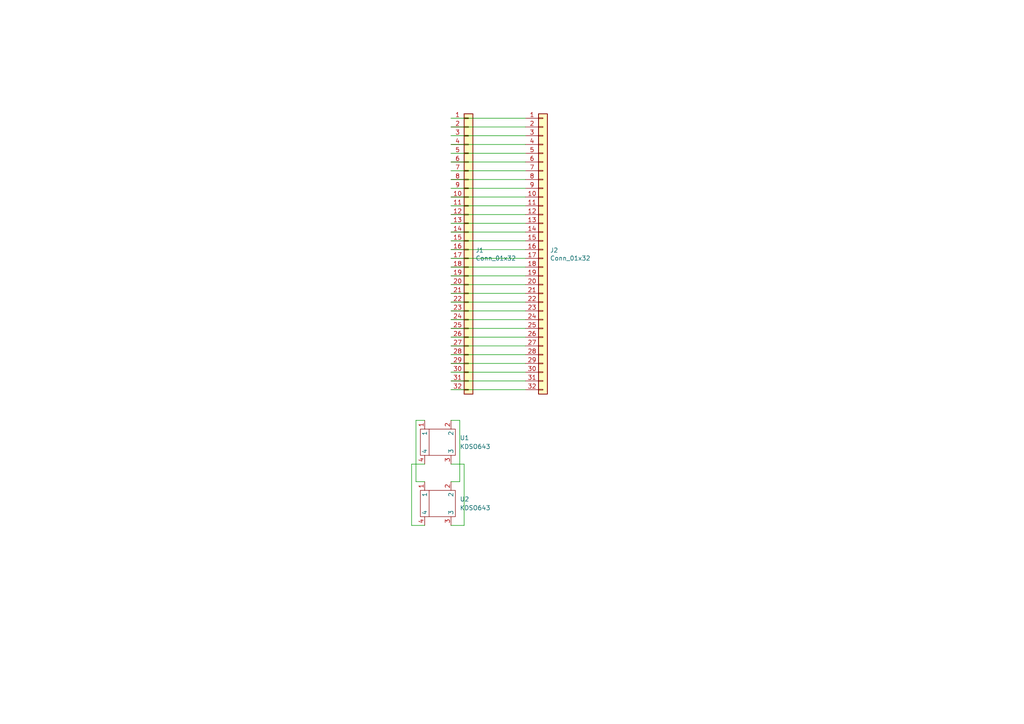
<source format=kicad_sch>
(kicad_sch (version 20211123) (generator eeschema)
  (paper "A4")
  (lib_symbols
    (symbol "Connector_Generic:Conn_01x32" (pin_names (offset 1.016) hide)
      (property "Reference" "J" (at 0 40.64 0))
      (property "Value" "Conn_01x32" (at 0 -43.18 0))
      (symbol "Conn_01x32_1_1"
        (rectangle (start -1.27 -40.513) (end 0 -40.767) (stroke (width 0.1524)))
        (rectangle (start -1.27 -37.973) (end 0 -38.227) (stroke (width 0.1524)))
        (rectangle (start -1.27 -35.433) (end 0 -35.687) (stroke (width 0.1524)))
        (rectangle (start -1.27 -32.893) (end 0 -33.147) (stroke (width 0.1524)))
        (rectangle (start -1.27 -30.353) (end 0 -30.607) (stroke (width 0.1524)))
        (rectangle (start -1.27 -27.813) (end 0 -28.067) (stroke (width 0.1524)))
        (rectangle (start -1.27 -25.273) (end 0 -25.527) (stroke (width 0.1524)))
        (rectangle (start -1.27 -22.733) (end 0 -22.987) (stroke (width 0.1524)))
        (rectangle (start -1.27 -20.193) (end 0 -20.447) (stroke (width 0.1524)))
        (rectangle (start -1.27 -17.653) (end 0 -17.907) (stroke (width 0.1524)))
        (rectangle (start -1.27 -15.113) (end 0 -15.367) (stroke (width 0.1524)))
        (rectangle (start -1.27 -12.573) (end 0 -12.827) (stroke (width 0.1524)))
        (rectangle (start -1.27 -10.033) (end 0 -10.287) (stroke (width 0.1524)))
        (rectangle (start -1.27 -7.493) (end 0 -7.747) (stroke (width 0.1524)))
        (rectangle (start -1.27 -4.953) (end 0 -5.207) (stroke (width 0.1524)))
        (rectangle (start -1.27 -2.413) (end 0 -2.667) (stroke (width 0.1524)))
        (rectangle (start -1.27 0.127) (end 0 -0.127) (stroke (width 0.1524)))
        (rectangle (start -1.27 2.667) (end 0 2.413) (stroke (width 0.1524)))
        (rectangle (start -1.27 5.207) (end 0 4.953) (stroke (width 0.1524)))
        (rectangle (start -1.27 7.747) (end 0 7.493) (stroke (width 0.1524)))
        (rectangle (start -1.27 10.287) (end 0 10.033) (stroke (width 0.1524)))
        (rectangle (start -1.27 12.827) (end 0 12.573) (stroke (width 0.1524)))
        (rectangle (start -1.27 15.367) (end 0 15.113) (stroke (width 0.1524)))
        (rectangle (start -1.27 17.907) (end 0 17.653) (stroke (width 0.1524)))
        (rectangle (start -1.27 20.447) (end 0 20.193) (stroke (width 0.1524)))
        (rectangle (start -1.27 22.987) (end 0 22.733) (stroke (width 0.1524)))
        (rectangle (start -1.27 25.527) (end 0 25.273) (stroke (width 0.1524)))
        (rectangle (start -1.27 28.067) (end 0 27.813) (stroke (width 0.1524)))
        (rectangle (start -1.27 30.607) (end 0 30.353) (stroke (width 0.1524)))
        (rectangle (start -1.27 33.147) (end 0 32.893) (stroke (width 0.1524)))
        (rectangle (start -1.27 35.687) (end 0 35.433) (stroke (width 0.1524)))
        (rectangle (start -1.27 38.227) (end 0 37.973) (stroke (width 0.1524)))
        (rectangle (start -1.27 39.37) (end 1.27 -41.91) (stroke (width 0.254)) (fill (type background)))
        (pin passive line (at -5.08 38.1 0) (length 3.81) (name "Pin_1") (number "1"))
        (pin passive line (at -5.08 15.24 0) (length 3.81) (name "Pin_10") (number "10"))
        (pin passive line (at -5.08 12.7 0) (length 3.81) (name "Pin_11") (number "11"))
        (pin passive line (at -5.08 10.16 0) (length 3.81) (name "Pin_12") (number "12"))
        (pin passive line (at -5.08 7.62 0) (length 3.81) (name "Pin_13") (number "13"))
        (pin passive line (at -5.08 5.08 0) (length 3.81) (name "Pin_14") (number "14"))
        (pin passive line (at -5.08 2.54 0) (length 3.81) (name "Pin_15") (number "15"))
        (pin passive line (at -5.08 0 0) (length 3.81) (name "Pin_16") (number "16"))
        (pin passive line (at -5.08 -2.54 0) (length 3.81) (name "Pin_17") (number "17"))
        (pin passive line (at -5.08 -5.08 0) (length 3.81) (name "Pin_18") (number "18"))
        (pin passive line (at -5.08 -7.62 0) (length 3.81) (name "Pin_19") (number "19"))
        (pin passive line (at -5.08 35.56 0) (length 3.81) (name "Pin_2") (number "2"))
        (pin passive line (at -5.08 -10.16 0) (length 3.81) (name "Pin_20") (number "20"))
        (pin passive line (at -5.08 -12.7 0) (length 3.81) (name "Pin_21") (number "21"))
        (pin passive line (at -5.08 -15.24 0) (length 3.81) (name "Pin_22") (number "22"))
        (pin passive line (at -5.08 -17.78 0) (length 3.81) (name "Pin_23") (number "23"))
        (pin passive line (at -5.08 -20.32 0) (length 3.81) (name "Pin_24") (number "24"))
        (pin passive line (at -5.08 -22.86 0) (length 3.81) (name "Pin_25") (number "25"))
        (pin passive line (at -5.08 -25.4 0) (length 3.81) (name "Pin_26") (number "26"))
        (pin passive line (at -5.08 -27.94 0) (length 3.81) (name "Pin_27") (number "27"))
        (pin passive line (at -5.08 -30.48 0) (length 3.81) (name "Pin_28") (number "28"))
        (pin passive line (at -5.08 -33.02 0) (length 3.81) (name "Pin_29") (number "29"))
        (pin passive line (at -5.08 33.02 0) (length 3.81) (name "Pin_3") (number "3"))
        (pin passive line (at -5.08 -35.56 0) (length 3.81) (name "Pin_30") (number "30"))
        (pin passive line (at -5.08 -38.1 0) (length 3.81) (name "Pin_31") (number "31"))
        (pin passive line (at -5.08 -40.64 0) (length 3.81) (name "Pin_32") (number "32"))
        (pin passive line (at -5.08 30.48 0) (length 3.81) (name "Pin_4") (number "4"))
        (pin passive line (at -5.08 27.94 0) (length 3.81) (name "Pin_5") (number "5"))
        (pin passive line (at -5.08 25.4 0) (length 3.81) (name "Pin_6") (number "6"))
        (pin passive line (at -5.08 22.86 0) (length 3.81) (name "Pin_7") (number "7"))
        (pin passive line (at -5.08 20.32 0) (length 3.81) (name "Pin_8") (number "8"))
        (pin passive line (at -5.08 17.78 0) (length 3.81) (name "Pin_9") (number "9"))
      )
    )
    (symbol "KDSO643:KDSO643"
      (property "Reference" "U" (at 0 -2.54 0))
      (property "Value" "KDSO643" (at 0 0 0))
      (symbol "KDSO643_0_1"
        (rectangle (start -5.08 3.81) (end 5.08 -3.81))
        (rectangle (start -2.54 3.81) (end -2.54 -3.81))
      )
      (symbol "KDSO643_1_1"
        (pin input line (at -3.81 6.35 270) (length 2.54) (name "1") (number "1"))
        (pin input line (at 3.81 6.35 270) (length 2.54) (name "2") (number "2"))
        (pin input line (at 3.81 -6.35 90) (length 2.54) (name "3") (number "3"))
        (pin input line (at -3.81 -6.35 90) (length 2.54) (name "4") (number "4"))
      )
    )
  )
  (wire (pts (xy 130.81 67.31) (xy 152.4 67.31)))
  (wire (pts (xy 120.65 121.92) (xy 120.65 139.7)))
  (wire (pts (xy 130.81 121.92) (xy 133.35 121.92)))
  (wire (pts (xy 130.81 100.33) (xy 152.4 100.33)))
  (wire (pts (xy 130.81 57.15) (xy 152.4 57.15)))
  (wire (pts (xy 130.81 46.99) (xy 152.4 46.99)))
  (wire (pts (xy 130.81 49.53) (xy 152.4 49.53)))
  (wire (pts (xy 130.81 52.07) (xy 152.4 52.07)))
  (wire (pts (xy 133.35 139.7) (xy 130.81 139.7)))
  (wire (pts (xy 130.81 41.91) (xy 152.4 41.91)))
  (wire (pts (xy 130.81 54.61) (xy 152.4 54.61)))
  (wire (pts (xy 134.62 134.62) (xy 134.62 152.4)))
  (wire (pts (xy 134.62 152.4) (xy 130.81 152.4)))
  (wire (pts (xy 130.81 80.01) (xy 152.4 80.01)))
  (wire (pts (xy 130.81 107.95) (xy 152.4 107.95)))
  (wire (pts (xy 119.38 134.62) (xy 123.19 134.62)))
  (wire (pts (xy 130.81 134.62) (xy 134.62 134.62)))
  (wire (pts (xy 133.35 121.92) (xy 133.35 139.7)))
  (wire (pts (xy 130.81 72.39) (xy 152.4 72.39)))
  (wire (pts (xy 130.81 113.03) (xy 152.4 113.03)))
  (wire (pts (xy 119.38 152.4) (xy 119.38 134.62)))
  (wire (pts (xy 130.81 44.45) (xy 152.4 44.45)))
  (wire (pts (xy 120.65 139.7) (xy 123.19 139.7)))
  (wire (pts (xy 130.81 110.49) (xy 152.4 110.49)))
  (wire (pts (xy 130.81 87.63) (xy 152.4 87.63)))
  (wire (pts (xy 130.81 36.83) (xy 152.4 36.83)))
  (wire (pts (xy 130.81 34.29) (xy 152.4 34.29)))
  (wire (pts (xy 130.81 59.69) (xy 152.4 59.69)))
  (wire (pts (xy 130.81 92.71) (xy 152.4 92.71)))
  (wire (pts (xy 130.81 69.85) (xy 152.4 69.85)))
  (wire (pts (xy 130.81 64.77) (xy 152.4 64.77)))
  (wire (pts (xy 123.19 152.4) (xy 119.38 152.4)))
  (wire (pts (xy 130.81 97.79) (xy 152.4 97.79)))
  (wire (pts (xy 130.81 62.23) (xy 152.4 62.23)))
  (wire (pts (xy 123.19 121.92) (xy 120.65 121.92)))
  (wire (pts (xy 130.81 82.55) (xy 152.4 82.55)))
  (wire (pts (xy 130.81 90.17) (xy 152.4 90.17)))
  (wire (pts (xy 130.81 74.93) (xy 152.4 74.93)))
  (wire (pts (xy 130.81 102.87) (xy 152.4 102.87)))
  (wire (pts (xy 130.81 77.47) (xy 152.4 77.47)))
  (wire (pts (xy 130.81 85.09) (xy 152.4 85.09)))
  (wire (pts (xy 130.81 105.41) (xy 152.4 105.41)))
  (wire (pts (xy 130.81 95.25) (xy 152.4 95.25)))
  (wire (pts (xy 130.81 39.37) (xy 152.4 39.37)))
  (symbol (lib_id "Connector_Generic:Conn_01x32") (at 135.89 72.39 0) (unit 1)
    (property "Reference" "J1" (at 137.922 72.5932 0) (effects (justify left)))
    (property "Value" "Conn_01x32" (at 137.922 74.9046 0) (effects (justify left)))
    (property "Footprint" "custom_connectors:GBBus_small" (effects hide))
  )
  (symbol (lib_id "Connector_Generic:Conn_01x32") (at 157.48 72.39 0) (unit 1)
    (property "Reference" "J2" (at 159.512 72.5932 0) (effects (justify left)))
    (property "Value" "Conn_01x32" (at 159.512 74.9046 0) (effects (justify left)))
    (property "Footprint" "custom_connectors:GBBus_small_through_hole" (effects hide))
  )
  (symbol (lib_id "KDSO643:KDSO643") (at 127 146.05 0) (unit 1)
    (property "Reference" "U2" (at 133.35 144.7799 0) (effects (justify left)))
    (property "Value" "KDSO643" (at 133.35 147.3199 0) (effects (justify left)))
    (property "Footprint" "custom_connectors:ds_lite_crystal_KDSO643_SMD" (effects hide))
  )
  (symbol (lib_id "KDSO643:KDSO643") (at 127 128.27 0) (unit 1)
    (property "Reference" "U1" (at 133.35 126.9999 0) (effects (justify left)))
    (property "Value" "KDSO643" (at 133.35 129.5399 0) (effects (justify left)))
    (property "Footprint" "custom_connectors:ds_lite_crystal_KDSO643_TH" (effects hide))
  )
)
</source>
